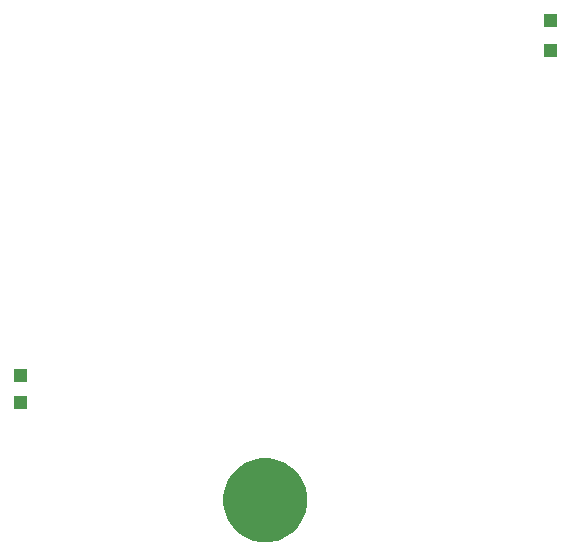
<source format=gbr>
G04 #@! TF.GenerationSoftware,KiCad,Pcbnew,5.1.5+dfsg1-2build2*
G04 #@! TF.CreationDate,2021-12-14T23:20:03+01:00*
G04 #@! TF.ProjectId,wifi-gb-cart,77696669-2d67-4622-9d63-6172742e6b69,rev?*
G04 #@! TF.SameCoordinates,Original*
G04 #@! TF.FileFunction,Soldermask,Bot*
G04 #@! TF.FilePolarity,Negative*
%FSLAX46Y46*%
G04 Gerber Fmt 4.6, Leading zero omitted, Abs format (unit mm)*
G04 Created by KiCad (PCBNEW 5.1.5+dfsg1-2build2) date 2021-12-14 23:20:03*
%MOMM*%
%LPD*%
G04 APERTURE LIST*
%ADD10C,0.100000*%
G04 APERTURE END LIST*
D10*
G36*
X154070787Y-123190462D02*
G01*
X154070790Y-123190463D01*
X154070789Y-123190463D01*
X154717029Y-123458144D01*
X155298631Y-123846758D01*
X155793242Y-124341369D01*
X156181856Y-124922971D01*
X156181856Y-124922972D01*
X156449538Y-125569213D01*
X156586000Y-126255256D01*
X156586000Y-126954744D01*
X156449538Y-127640787D01*
X156449537Y-127640789D01*
X156181856Y-128287029D01*
X155793242Y-128868631D01*
X155298631Y-129363242D01*
X154717029Y-129751856D01*
X154260068Y-129941135D01*
X154070787Y-130019538D01*
X153384744Y-130156000D01*
X152685256Y-130156000D01*
X151999213Y-130019538D01*
X151809932Y-129941135D01*
X151352971Y-129751856D01*
X150771369Y-129363242D01*
X150276758Y-128868631D01*
X149888144Y-128287029D01*
X149620463Y-127640789D01*
X149620462Y-127640787D01*
X149484000Y-126954744D01*
X149484000Y-126255256D01*
X149620462Y-125569213D01*
X149888144Y-124922972D01*
X149888144Y-124922971D01*
X150276758Y-124341369D01*
X150771369Y-123846758D01*
X151352971Y-123458144D01*
X151999211Y-123190463D01*
X151999210Y-123190463D01*
X151999213Y-123190462D01*
X152685256Y-123054000D01*
X153384744Y-123054000D01*
X154070787Y-123190462D01*
G37*
G36*
X132885000Y-118915000D02*
G01*
X131783000Y-118915000D01*
X131783000Y-117813000D01*
X132885000Y-117813000D01*
X132885000Y-118915000D01*
G37*
G36*
X132885000Y-116629000D02*
G01*
X131783000Y-116629000D01*
X131783000Y-115527000D01*
X132885000Y-115527000D01*
X132885000Y-116629000D01*
G37*
G36*
X177716000Y-89070000D02*
G01*
X176614000Y-89070000D01*
X176614000Y-87968000D01*
X177716000Y-87968000D01*
X177716000Y-89070000D01*
G37*
G36*
X177716000Y-86530000D02*
G01*
X176614000Y-86530000D01*
X176614000Y-85428000D01*
X177716000Y-85428000D01*
X177716000Y-86530000D01*
G37*
M02*

</source>
